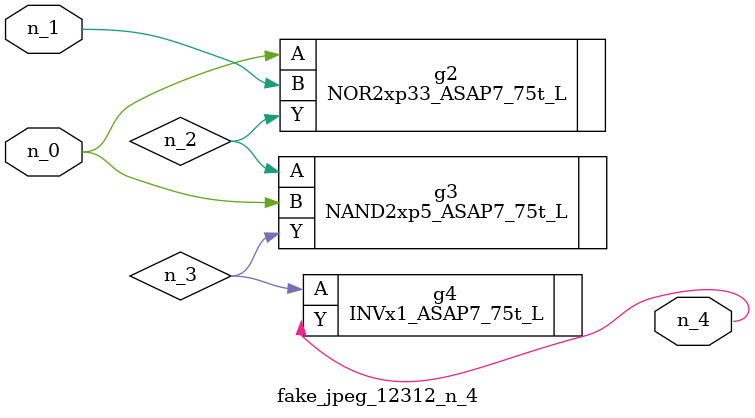
<source format=v>
module fake_jpeg_12312_n_4 (n_0, n_1, n_4);

input n_0;
input n_1;

output n_4;

wire n_2;
wire n_3;

NOR2xp33_ASAP7_75t_L g2 ( 
.A(n_0),
.B(n_1),
.Y(n_2)
);

NAND2xp5_ASAP7_75t_L g3 ( 
.A(n_2),
.B(n_0),
.Y(n_3)
);

INVx1_ASAP7_75t_L g4 ( 
.A(n_3),
.Y(n_4)
);


endmodule
</source>
